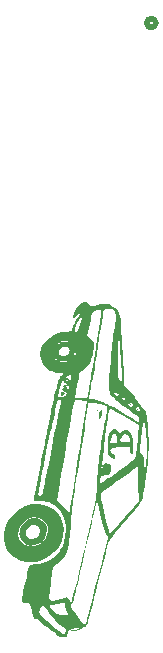
<source format=gbr>
%TF.GenerationSoftware,KiCad,Pcbnew,9.0.5*%
%TF.CreationDate,2025-11-19T10:45:20-07:00*%
%TF.ProjectId,UMaster,554d6173-7465-4722-9e6b-696361645f70,rev?*%
%TF.SameCoordinates,Original*%
%TF.FileFunction,Legend,Bot*%
%TF.FilePolarity,Positive*%
%FSLAX46Y46*%
G04 Gerber Fmt 4.6, Leading zero omitted, Abs format (unit mm)*
G04 Created by KiCad (PCBNEW 9.0.5) date 2025-11-19 10:45:20*
%MOMM*%
%LPD*%
G01*
G04 APERTURE LIST*
%ADD10C,0.508000*%
%ADD11C,0.000000*%
G04 APERTURE END LIST*
D10*
%TO.C,J1*%
X119944000Y-79564301D02*
G75*
G02*
X119182000Y-79564301I-381000J0D01*
G01*
X119182000Y-79564301D02*
G75*
G02*
X119944000Y-79564301I381000J0D01*
G01*
D11*
%TO.C,G\u002A\u002A\u002A*%
G36*
X115059107Y-112316484D02*
G01*
X115065475Y-112399923D01*
X115051104Y-112416645D01*
X114967665Y-112423013D01*
X114950943Y-112408641D01*
X114944575Y-112325202D01*
X114958947Y-112308481D01*
X115042386Y-112302112D01*
X115059107Y-112316484D01*
G37*
G36*
X118362202Y-112157427D02*
G01*
X118452776Y-112227327D01*
X118506359Y-112294225D01*
X118500488Y-112330653D01*
X118465602Y-112321806D01*
X118369355Y-112255134D01*
X118334932Y-112212982D01*
X118321643Y-112151808D01*
X118362202Y-112157427D01*
G37*
G36*
X115369034Y-112318130D02*
G01*
X115395192Y-112372404D01*
X115402425Y-112521694D01*
X115374955Y-112710514D01*
X115322724Y-112897096D01*
X115255674Y-113039675D01*
X115183749Y-113096482D01*
X115133647Y-113083774D01*
X115107982Y-113010498D01*
X115124662Y-112844953D01*
X115164142Y-112638387D01*
X115229099Y-112422187D01*
X115299075Y-112311817D01*
X115369034Y-112318130D01*
G37*
G36*
X111953278Y-110775386D02*
G01*
X112117851Y-110816775D01*
X112238588Y-110882506D01*
X112274329Y-110950714D01*
X112236112Y-111002768D01*
X112123763Y-111083565D01*
X112069347Y-111108368D01*
X111995156Y-111142185D01*
X111906893Y-111148204D01*
X111904132Y-111146288D01*
X111873458Y-111066368D01*
X111873335Y-111022362D01*
X112037437Y-111022362D01*
X112069347Y-111054271D01*
X112101256Y-111022362D01*
X112069347Y-110990452D01*
X112037437Y-111022362D01*
X111873335Y-111022362D01*
X111873102Y-110938935D01*
X111897655Y-110822111D01*
X111941709Y-110774022D01*
X111953278Y-110775386D01*
G37*
G36*
X109863111Y-121481531D02*
G01*
X110189116Y-121600377D01*
X110319841Y-121682291D01*
X110547300Y-121916425D01*
X110703202Y-122207026D01*
X110761055Y-122511878D01*
X110751405Y-122610724D01*
X110672911Y-122865948D01*
X110536616Y-123138146D01*
X110368114Y-123380685D01*
X110192999Y-123546928D01*
X110118453Y-123593714D01*
X109750122Y-123753242D01*
X109528988Y-123781302D01*
X109389091Y-123799053D01*
X109052423Y-123733858D01*
X108757181Y-123560367D01*
X108520427Y-123281289D01*
X108418558Y-123029396D01*
X108398821Y-122706464D01*
X108415984Y-122633694D01*
X108974061Y-122633694D01*
X108991967Y-122871375D01*
X109130768Y-123087072D01*
X109313856Y-123207181D01*
X109528988Y-123236339D01*
X109742185Y-123178775D01*
X109933185Y-123052890D01*
X110081726Y-122877085D01*
X110167546Y-122669759D01*
X110170383Y-122449315D01*
X110069975Y-122234151D01*
X109942829Y-122127912D01*
X109690262Y-122050485D01*
X109614004Y-122041492D01*
X109467724Y-122045363D01*
X109347612Y-122104527D01*
X109199270Y-122239977D01*
X109075826Y-122389168D01*
X108974061Y-122633694D01*
X108415984Y-122633694D01*
X108476669Y-122376394D01*
X108642170Y-122064014D01*
X108885389Y-121794152D01*
X109196394Y-121591637D01*
X109222595Y-121579544D01*
X109553633Y-121474698D01*
X109863111Y-121481531D01*
G37*
G36*
X110445509Y-120337902D02*
G01*
X110939831Y-120514643D01*
X111265744Y-120716142D01*
X111624758Y-121059655D01*
X111898054Y-121474585D01*
X112075713Y-121940265D01*
X112147815Y-122436025D01*
X112104440Y-122941197D01*
X111972691Y-123385467D01*
X111713378Y-123893594D01*
X111363013Y-124337529D01*
X110936678Y-124704777D01*
X110449454Y-124982839D01*
X109916422Y-125159218D01*
X109525249Y-125202378D01*
X109352664Y-125221420D01*
X109062640Y-125206556D01*
X108539703Y-125094299D01*
X108075382Y-124878993D01*
X107681792Y-124569034D01*
X107371049Y-124172817D01*
X107155270Y-123698738D01*
X107078377Y-123295637D01*
X107080927Y-122875224D01*
X108305124Y-122875224D01*
X108387718Y-123220441D01*
X108583213Y-123520647D01*
X108696269Y-123633312D01*
X108926134Y-123791444D01*
X109188583Y-123865134D01*
X109525249Y-123869813D01*
X109749471Y-123841065D01*
X110113556Y-123710248D01*
X110412542Y-123473389D01*
X110656736Y-123123692D01*
X110747814Y-122927584D01*
X110838583Y-122549202D01*
X110810833Y-122195731D01*
X110666476Y-121878792D01*
X110407427Y-121610004D01*
X110323730Y-121553053D01*
X110007218Y-121428924D01*
X109658391Y-121404218D01*
X109303596Y-121471572D01*
X108969177Y-121623623D01*
X108681479Y-121853009D01*
X108466848Y-122152365D01*
X108336898Y-122502224D01*
X108305124Y-122875224D01*
X107080927Y-122875224D01*
X107081184Y-122832866D01*
X107162417Y-122362619D01*
X107318055Y-121928637D01*
X107606480Y-121451187D01*
X107978940Y-121040282D01*
X108414513Y-120710609D01*
X108896077Y-120468849D01*
X109406511Y-120321689D01*
X109928696Y-120275812D01*
X110445509Y-120337902D01*
G37*
G36*
X116581142Y-113947426D02*
G01*
X116745800Y-114096401D01*
X116869833Y-114266671D01*
X117093706Y-114128310D01*
X117204591Y-114063691D01*
X117368791Y-114002980D01*
X117506392Y-114026826D01*
X117663365Y-114135838D01*
X117805999Y-114286901D01*
X117937863Y-114543117D01*
X118012448Y-114882088D01*
X118035455Y-115321990D01*
X118033323Y-115495982D01*
X118015731Y-115772752D01*
X117976972Y-115942184D01*
X117912934Y-116017408D01*
X117819506Y-116011554D01*
X117805427Y-116004999D01*
X117738436Y-115907374D01*
X117717337Y-115705261D01*
X117717337Y-115438174D01*
X117334422Y-115458763D01*
X116939245Y-115480011D01*
X116709387Y-115494608D01*
X116403006Y-115524228D01*
X116400371Y-115524683D01*
X116200736Y-115559119D01*
X116114333Y-115597605D01*
X116098281Y-115716868D01*
X116150863Y-115875057D01*
X116248874Y-116014889D01*
X116365534Y-116084464D01*
X116464408Y-116127237D01*
X116504774Y-116256200D01*
X116490196Y-116359038D01*
X116437533Y-116449100D01*
X116379693Y-116454313D01*
X116248775Y-116400617D01*
X116099673Y-116298703D01*
X115971932Y-116177136D01*
X115905094Y-116064482D01*
X115895901Y-115968227D01*
X115891073Y-115767384D01*
X115892152Y-115497840D01*
X115899342Y-115190596D01*
X115901074Y-115138693D01*
X116104510Y-115138693D01*
X116400371Y-115138693D01*
X116696231Y-115138693D01*
X116696231Y-114902749D01*
X116944881Y-114902749D01*
X116975596Y-115012306D01*
X117101234Y-115062715D01*
X117334422Y-115074874D01*
X117717337Y-115074874D01*
X117715307Y-114835553D01*
X117714663Y-114804946D01*
X117667485Y-114562101D01*
X117543761Y-114419474D01*
X117340085Y-114372864D01*
X117228174Y-114382020D01*
X117125332Y-114443527D01*
X117043980Y-114594181D01*
X116996463Y-114713148D01*
X116944881Y-114902749D01*
X116696231Y-114902749D01*
X116696231Y-114845399D01*
X116692834Y-114774701D01*
X116656469Y-114573949D01*
X116592318Y-114382010D01*
X116515455Y-114238093D01*
X116440955Y-114181407D01*
X116437166Y-114182188D01*
X116378495Y-114241907D01*
X116294667Y-114367602D01*
X116270280Y-114414064D01*
X116194631Y-114619962D01*
X116144595Y-114846245D01*
X116104510Y-115138693D01*
X115901074Y-115138693D01*
X115901103Y-115137819D01*
X115914934Y-114822207D01*
X115934786Y-114599589D01*
X115966353Y-114439541D01*
X116015327Y-114311635D01*
X116087400Y-114185446D01*
X116224961Y-114017579D01*
X116403300Y-113921724D01*
X116581142Y-113947426D01*
G37*
G36*
X114103458Y-103193709D02*
G01*
X114210015Y-103292618D01*
X114350614Y-103478218D01*
X114383062Y-103519913D01*
X114444683Y-103558535D01*
X114542904Y-103547855D01*
X114718785Y-103489088D01*
X114922358Y-103433872D01*
X115199804Y-103384028D01*
X115483668Y-103352663D01*
X115661338Y-103341363D01*
X115851870Y-103340781D01*
X115997323Y-103370764D01*
X116146885Y-103443788D01*
X116349740Y-103572329D01*
X116476804Y-103658249D01*
X116650946Y-103798394D01*
X116776185Y-103948488D01*
X116862113Y-104132068D01*
X116918319Y-104372671D01*
X116954391Y-104693835D01*
X116979920Y-105119095D01*
X116988995Y-105294732D01*
X117013475Y-105712944D01*
X117044195Y-106188845D01*
X117078124Y-106676355D01*
X117112228Y-107129397D01*
X117127553Y-107329189D01*
X117162679Y-107823874D01*
X117196394Y-108343670D01*
X117225487Y-108837820D01*
X117246746Y-109255567D01*
X117290606Y-110232994D01*
X118147976Y-111265869D01*
X118215290Y-111347152D01*
X118472223Y-111660943D01*
X118701407Y-111946246D01*
X118889234Y-112185766D01*
X119022095Y-112362212D01*
X119086382Y-112458291D01*
X119089257Y-112464576D01*
X119120649Y-112588376D01*
X119158387Y-112814574D01*
X119199431Y-113120715D01*
X119240740Y-113484347D01*
X119279275Y-113883017D01*
X119281036Y-113902956D01*
X119320588Y-114377172D01*
X119345877Y-114757939D01*
X119357457Y-115077385D01*
X119355877Y-115367634D01*
X119341690Y-115660813D01*
X119315449Y-115989047D01*
X119247195Y-116707457D01*
X119175353Y-117389719D01*
X119101913Y-118020324D01*
X119028605Y-118586659D01*
X119005681Y-118743701D01*
X118957158Y-119076110D01*
X118889302Y-119476066D01*
X118826767Y-119773912D01*
X118771283Y-119957035D01*
X118719593Y-120045590D01*
X118589288Y-120228301D01*
X118510970Y-120330162D01*
X118397403Y-120477867D01*
X118156829Y-120778635D01*
X117880455Y-121114956D01*
X117581170Y-121471178D01*
X117271864Y-121831651D01*
X116965426Y-122180724D01*
X116674745Y-122502746D01*
X116480231Y-122720897D01*
X116281941Y-122956957D01*
X116126366Y-123157020D01*
X116058192Y-123259842D01*
X116036242Y-123292948D01*
X116034474Y-123296464D01*
X115993728Y-123410061D01*
X115926182Y-123633633D01*
X115835355Y-123954147D01*
X115724768Y-124358574D01*
X115597941Y-124833881D01*
X115458392Y-125367038D01*
X115309643Y-125945013D01*
X115155212Y-126554774D01*
X115081757Y-126847001D01*
X114889156Y-127611346D01*
X114723852Y-128263746D01*
X114583427Y-128813102D01*
X114465462Y-129268315D01*
X114367541Y-129638288D01*
X114287244Y-129931921D01*
X114222155Y-130158117D01*
X114169855Y-130325777D01*
X114127926Y-130443802D01*
X114093951Y-130521094D01*
X114065511Y-130566554D01*
X113995990Y-130625805D01*
X113914266Y-130681379D01*
X113842570Y-130730133D01*
X113646942Y-130848422D01*
X113646761Y-130848525D01*
X113359609Y-130978502D01*
X113077657Y-131046549D01*
X112849200Y-131048208D01*
X112833608Y-131048321D01*
X112691084Y-130991749D01*
X112660163Y-130979476D01*
X112656994Y-130976901D01*
X112598463Y-130960718D01*
X112546624Y-131031339D01*
X112486768Y-131208162D01*
X112413510Y-131422558D01*
X112328534Y-131542830D01*
X112224150Y-131576667D01*
X112203015Y-131583518D01*
X112005528Y-131568126D01*
X111789225Y-131532680D01*
X111624850Y-131490441D01*
X111551995Y-131441659D01*
X111550945Y-131378094D01*
X111553896Y-131365264D01*
X111508001Y-131269727D01*
X111371257Y-131159709D01*
X111349826Y-131146251D01*
X111136363Y-130999041D01*
X110871379Y-130800472D01*
X110593297Y-130580799D01*
X110340540Y-130370282D01*
X110151529Y-130199176D01*
X110106194Y-130157661D01*
X109954236Y-130050466D01*
X109832434Y-130006513D01*
X109730281Y-129993434D01*
X109596122Y-129909832D01*
X109508071Y-129734475D01*
X109454657Y-129450482D01*
X109448221Y-129409258D01*
X110079852Y-129409258D01*
X110164727Y-129621461D01*
X110345731Y-129850680D01*
X110365440Y-129870338D01*
X110515484Y-130008419D01*
X110726976Y-130191436D01*
X110977314Y-130401076D01*
X111243898Y-130619028D01*
X111504127Y-130826981D01*
X111735401Y-131006624D01*
X111915120Y-131139645D01*
X112020681Y-131207735D01*
X112119404Y-131253941D01*
X112224150Y-131278678D01*
X112278929Y-131217390D01*
X112321165Y-131050494D01*
X112325498Y-131029786D01*
X112333305Y-130938342D01*
X112765803Y-130938342D01*
X112849200Y-130957385D01*
X113046345Y-130950412D01*
X113175286Y-130933818D01*
X113357514Y-130891206D01*
X113461169Y-130840700D01*
X113473420Y-130826569D01*
X113472651Y-130791907D01*
X113382978Y-130785904D01*
X113186181Y-130806281D01*
X113108746Y-130817211D01*
X112904510Y-130859046D01*
X112787218Y-130902493D01*
X112765803Y-130938342D01*
X112333305Y-130938342D01*
X112336452Y-130901489D01*
X112335590Y-130900183D01*
X112282931Y-130820413D01*
X112137523Y-130740252D01*
X112049202Y-130684784D01*
X111872005Y-130539331D01*
X111661838Y-130340063D01*
X111447471Y-130113125D01*
X111291210Y-129938555D01*
X111123008Y-129752477D01*
X111001196Y-129619894D01*
X110944921Y-129561809D01*
X110904459Y-129510557D01*
X110814489Y-129376557D01*
X110700125Y-129194849D01*
X110594825Y-129038155D01*
X110454865Y-128893480D01*
X110368408Y-128875754D01*
X110953453Y-128875754D01*
X111000131Y-129045821D01*
X111147117Y-129258580D01*
X111375692Y-129469208D01*
X111513080Y-129565832D01*
X111659677Y-129634420D01*
X111836913Y-129668637D01*
X112093228Y-129682910D01*
X112118025Y-129683584D01*
X112335590Y-129684761D01*
X112489564Y-129677238D01*
X112547990Y-129662451D01*
X112545993Y-129653226D01*
X112502687Y-129562399D01*
X112420590Y-129419758D01*
X112335179Y-129217269D01*
X112293333Y-128910457D01*
X112739447Y-128910457D01*
X112739456Y-128911066D01*
X112777001Y-128997919D01*
X112876238Y-129160388D01*
X113020582Y-129375761D01*
X113193451Y-129621325D01*
X113378260Y-129874367D01*
X113558426Y-130112175D01*
X113717366Y-130312038D01*
X113838495Y-130451241D01*
X113905230Y-130507074D01*
X113914266Y-130508512D01*
X113943141Y-130506026D01*
X113972307Y-130485617D01*
X114004283Y-130438451D01*
X114041586Y-130355694D01*
X114086733Y-130228510D01*
X114142242Y-130048064D01*
X114210631Y-129805523D01*
X114294417Y-129492050D01*
X114396118Y-129098812D01*
X114518251Y-128616973D01*
X114663334Y-128037698D01*
X114833885Y-127352154D01*
X115032421Y-126551504D01*
X115059909Y-126440622D01*
X115211353Y-125831703D01*
X115354650Y-125258814D01*
X115486604Y-124734513D01*
X115604020Y-124271358D01*
X115703702Y-123881907D01*
X115782457Y-123578720D01*
X115837088Y-123374353D01*
X115864402Y-123281365D01*
X115882120Y-123225977D01*
X115882278Y-123080878D01*
X115801532Y-122904958D01*
X115739355Y-122786124D01*
X115637921Y-122557690D01*
X115544690Y-122314041D01*
X115539428Y-122298687D01*
X115475360Y-122088980D01*
X115398499Y-121806559D01*
X115315421Y-121479419D01*
X115232702Y-121135551D01*
X115195978Y-120974375D01*
X115156918Y-120802947D01*
X115094645Y-120509601D01*
X115052458Y-120283504D01*
X115036935Y-120152649D01*
X115033861Y-120082960D01*
X115011532Y-120044627D01*
X114967336Y-120126775D01*
X114900964Y-120330403D01*
X114812109Y-120656509D01*
X114700462Y-121106092D01*
X114565716Y-121680151D01*
X114519090Y-121882891D01*
X114276878Y-122935450D01*
X114061080Y-123871775D01*
X113870007Y-124698816D01*
X113701970Y-125423524D01*
X113555281Y-126052847D01*
X113428249Y-126593735D01*
X113319187Y-127053139D01*
X113226405Y-127438008D01*
X113148215Y-127755292D01*
X113082926Y-128011940D01*
X113028851Y-128214903D01*
X112984300Y-128371130D01*
X112947585Y-128487570D01*
X112917016Y-128571175D01*
X112890904Y-128628893D01*
X112867561Y-128667674D01*
X112857034Y-128682669D01*
X112773645Y-128819784D01*
X112739447Y-128910457D01*
X112293333Y-128910457D01*
X112292952Y-128907663D01*
X112291589Y-128811523D01*
X112271113Y-128671093D01*
X112206445Y-128613360D01*
X112072947Y-128626890D01*
X111845980Y-128700251D01*
X111780820Y-128720703D01*
X111520711Y-128774433D01*
X111263584Y-128795980D01*
X111198162Y-128796979D01*
X111014363Y-128820685D01*
X110953453Y-128875754D01*
X110368408Y-128875754D01*
X110345582Y-128871074D01*
X110268025Y-128971482D01*
X110239527Y-129031722D01*
X110142390Y-129167498D01*
X110096796Y-129233187D01*
X110079852Y-129409258D01*
X109448221Y-129409258D01*
X109426403Y-129269495D01*
X109368318Y-129025245D01*
X109302562Y-128845402D01*
X109300012Y-128840393D01*
X109216465Y-128706688D01*
X109117526Y-128655250D01*
X108948183Y-128656803D01*
X108751745Y-128649454D01*
X108644889Y-128592984D01*
X108625955Y-128553143D01*
X108615257Y-128487314D01*
X108618211Y-128385397D01*
X108637010Y-128233203D01*
X110903590Y-128233203D01*
X110927312Y-128342972D01*
X111047396Y-128412744D01*
X111083681Y-128426383D01*
X111192524Y-128460339D01*
X111295907Y-128469335D01*
X111425425Y-128449394D01*
X111612673Y-128396541D01*
X111889246Y-128306800D01*
X111932383Y-128292660D01*
X112213204Y-128210649D01*
X112402240Y-128186489D01*
X112522104Y-128226770D01*
X112595410Y-128338084D01*
X112644771Y-128527022D01*
X112691084Y-128764070D01*
X112815617Y-128476884D01*
X112870619Y-128322932D01*
X112952591Y-128048125D01*
X113055890Y-127669953D01*
X113177711Y-127199480D01*
X113315251Y-126647769D01*
X113465706Y-126025881D01*
X113626273Y-125344880D01*
X113794148Y-124615829D01*
X113813941Y-124528990D01*
X113906147Y-124126312D01*
X114016835Y-123645162D01*
X114137603Y-123121950D01*
X114260051Y-122593085D01*
X114375779Y-122094975D01*
X114431002Y-121857562D01*
X114533384Y-121416224D01*
X114628665Y-121004058D01*
X114711364Y-120644846D01*
X114776000Y-120362367D01*
X114817090Y-120180402D01*
X114824321Y-120145563D01*
X114861143Y-119904255D01*
X114893461Y-119604275D01*
X115298668Y-119604275D01*
X115302270Y-119647050D01*
X115331454Y-119835824D01*
X115385654Y-120119161D01*
X115460361Y-120475949D01*
X115551066Y-120885073D01*
X115653259Y-121325421D01*
X115762433Y-121775879D01*
X115811441Y-121973319D01*
X115888704Y-122281133D01*
X115944034Y-122492274D01*
X115983039Y-122624894D01*
X116011328Y-122697147D01*
X116034509Y-122727187D01*
X116058192Y-122733166D01*
X116081728Y-122717530D01*
X116181068Y-122623181D01*
X116343104Y-122456302D01*
X116554267Y-122231750D01*
X116800991Y-121964377D01*
X117069707Y-121669040D01*
X117346849Y-121360592D01*
X117618848Y-121053889D01*
X117872137Y-120763785D01*
X118093149Y-120505135D01*
X118500871Y-120020854D01*
X118464720Y-118594854D01*
X118459258Y-118392819D01*
X118446486Y-117997817D01*
X118432647Y-117655778D01*
X118418646Y-117385367D01*
X118405390Y-117205243D01*
X118393785Y-117134070D01*
X118371295Y-117132259D01*
X118267122Y-117182921D01*
X118106270Y-117291513D01*
X117914604Y-117439831D01*
X117717989Y-117609672D01*
X117705024Y-117621438D01*
X117589185Y-117716345D01*
X117520503Y-117755276D01*
X117510296Y-117758040D01*
X117424557Y-117813756D01*
X117296484Y-117918558D01*
X117283495Y-117929861D01*
X117107843Y-118066112D01*
X116941915Y-118172183D01*
X116837606Y-118232838D01*
X116630635Y-118366556D01*
X116382677Y-118536796D01*
X116118247Y-118725647D01*
X115861859Y-118915197D01*
X115638030Y-119087534D01*
X115471273Y-119224746D01*
X115386104Y-119308922D01*
X115330645Y-119423048D01*
X115298668Y-119604275D01*
X114893461Y-119604275D01*
X114895978Y-119580907D01*
X114925192Y-119213547D01*
X114945152Y-118840201D01*
X114947316Y-118786296D01*
X114959982Y-118529453D01*
X115191251Y-118529453D01*
X115195978Y-118584924D01*
X115206201Y-118581127D01*
X115297401Y-118526298D01*
X115459502Y-118419658D01*
X115667784Y-118278381D01*
X115897527Y-118119639D01*
X116124008Y-117960607D01*
X116322509Y-117818460D01*
X116468307Y-117710370D01*
X116536683Y-117653511D01*
X116622546Y-117580056D01*
X116766378Y-117490885D01*
X116891135Y-117421164D01*
X117151173Y-117255440D01*
X117428074Y-117058690D01*
X117696824Y-116850655D01*
X117932407Y-116651080D01*
X118109807Y-116479705D01*
X118204010Y-116356275D01*
X118243062Y-116222946D01*
X118286972Y-115986296D01*
X118305513Y-115858281D01*
X118642067Y-115858281D01*
X118785983Y-116053348D01*
X118824468Y-116109499D01*
X118889523Y-116250687D01*
X118921687Y-116432750D01*
X118930602Y-116698705D01*
X118936169Y-116939353D01*
X118952625Y-117204785D01*
X118976049Y-117404271D01*
X118986254Y-117454721D01*
X119005681Y-117496859D01*
X119026978Y-117457185D01*
X119052707Y-117324388D01*
X119085427Y-117087154D01*
X119127698Y-116734171D01*
X119133066Y-116687365D01*
X119174268Y-116285354D01*
X119197606Y-115936094D01*
X119204042Y-115594681D01*
X119194538Y-115216211D01*
X119170053Y-114755779D01*
X119153239Y-114509325D01*
X119110506Y-114056917D01*
X119059630Y-113714654D01*
X119001577Y-113486892D01*
X118937311Y-113377985D01*
X118867799Y-113392290D01*
X118867310Y-113392867D01*
X118846630Y-113474571D01*
X118820204Y-113662240D01*
X118790318Y-113935058D01*
X118759259Y-114272211D01*
X118729314Y-114652884D01*
X118642067Y-115858281D01*
X118305513Y-115858281D01*
X118332314Y-115673229D01*
X118376237Y-115309459D01*
X118415888Y-114920701D01*
X118448416Y-114532668D01*
X118470968Y-114171074D01*
X118480693Y-113861633D01*
X118483166Y-113573770D01*
X117957628Y-113255352D01*
X117640500Y-113064866D01*
X117260692Y-112840916D01*
X116907116Y-112636737D01*
X116596337Y-112461637D01*
X116344921Y-112324924D01*
X116169433Y-112235906D01*
X116086440Y-112203894D01*
X116076728Y-112206064D01*
X116046555Y-112244044D01*
X116014192Y-112337202D01*
X115977913Y-112495773D01*
X115935988Y-112729996D01*
X115886690Y-113050107D01*
X115828291Y-113466344D01*
X115759064Y-113988942D01*
X115677281Y-114628141D01*
X115656372Y-114793248D01*
X115595348Y-115272853D01*
X115534720Y-115746326D01*
X115478369Y-116183538D01*
X115430172Y-116554363D01*
X115394008Y-116828673D01*
X115363783Y-117070110D01*
X115337071Y-117336387D01*
X115328325Y-117506784D01*
X115336315Y-117575059D01*
X115359812Y-117534968D01*
X115397584Y-117380272D01*
X115448403Y-117104727D01*
X115474397Y-116997874D01*
X115568600Y-116857910D01*
X115726172Y-116822662D01*
X115957627Y-116887648D01*
X116019414Y-116914386D01*
X116131072Y-116984374D01*
X116176849Y-117085667D01*
X116185678Y-117266306D01*
X116167503Y-117478463D01*
X116077616Y-117683484D01*
X115899286Y-117808119D01*
X115617890Y-117867860D01*
X115487965Y-117885599D01*
X115330542Y-117925794D01*
X115260241Y-117971319D01*
X115240775Y-118065188D01*
X115218464Y-118223608D01*
X115200351Y-118393688D01*
X115191251Y-118529453D01*
X114959982Y-118529453D01*
X114966485Y-118397599D01*
X114990983Y-118009468D01*
X115017885Y-117664245D01*
X115044269Y-117404271D01*
X115044975Y-117398561D01*
X115084638Y-117067789D01*
X115127904Y-116691936D01*
X115165533Y-116351256D01*
X115169936Y-116310872D01*
X115211231Y-115971637D01*
X115266019Y-115569509D01*
X115330029Y-115131555D01*
X115398989Y-114684842D01*
X115468627Y-114256439D01*
X115534672Y-113873412D01*
X115592852Y-113562830D01*
X115638896Y-113351759D01*
X115640218Y-113346498D01*
X115690585Y-113099772D01*
X115737746Y-112792601D01*
X115771652Y-112490201D01*
X115815556Y-111979648D01*
X115554889Y-111899874D01*
X115506107Y-111885725D01*
X115298715Y-111838967D01*
X115133668Y-111820100D01*
X115027761Y-111804146D01*
X114973116Y-111756281D01*
X114933497Y-111727734D01*
X114796474Y-111702240D01*
X114594111Y-111692462D01*
X114215107Y-111692462D01*
X114177516Y-111995603D01*
X114167403Y-112072901D01*
X114125845Y-112351488D01*
X114080255Y-112617839D01*
X114053536Y-112780954D01*
X114015883Y-113069218D01*
X113987761Y-113351759D01*
X113984967Y-113386735D01*
X113932655Y-113944017D01*
X113872668Y-114421884D01*
X113807327Y-114804261D01*
X113738953Y-115075075D01*
X113707919Y-115191940D01*
X113659910Y-115440752D01*
X113614240Y-115746739D01*
X113577642Y-116068432D01*
X113552834Y-116303223D01*
X113515515Y-116588195D01*
X113477580Y-116815402D01*
X113444285Y-116950099D01*
X113398479Y-117129783D01*
X113377638Y-117340452D01*
X113358875Y-117537131D01*
X113309119Y-117735167D01*
X113307028Y-117740789D01*
X113264042Y-117898803D01*
X113217156Y-118132510D01*
X113176157Y-118393467D01*
X113139564Y-118665128D01*
X113096289Y-118986167D01*
X113060017Y-119255025D01*
X113044245Y-119368518D01*
X113003450Y-119649040D01*
X112953885Y-119978826D01*
X112902981Y-120308040D01*
X112900718Y-120322619D01*
X112858882Y-120656205D01*
X112821727Y-121064438D01*
X112793216Y-121496986D01*
X112777314Y-121903517D01*
X112768848Y-122170154D01*
X112717213Y-122887871D01*
X112626900Y-123525460D01*
X112600799Y-123638088D01*
X112500267Y-124071892D01*
X112339676Y-124516137D01*
X112147485Y-124847168D01*
X112027276Y-124983395D01*
X111812729Y-125183227D01*
X111587035Y-125357803D01*
X111232361Y-125599557D01*
X111089609Y-126798899D01*
X111043932Y-127177217D01*
X110999569Y-127534205D01*
X110960906Y-127834899D01*
X110930968Y-128055803D01*
X110912775Y-128173422D01*
X110903590Y-128233203D01*
X108637010Y-128233203D01*
X108637082Y-128232622D01*
X108674132Y-128014223D01*
X108731625Y-127715429D01*
X108811825Y-127321474D01*
X108916996Y-126817588D01*
X108919707Y-126804676D01*
X108997128Y-126433976D01*
X109064484Y-126107737D01*
X109117686Y-125846061D01*
X109152645Y-125669051D01*
X109165273Y-125596813D01*
X109224724Y-125538629D01*
X109391034Y-125472690D01*
X109643974Y-125405859D01*
X109963317Y-125344532D01*
X110378761Y-125257955D01*
X110834264Y-125098080D01*
X111222395Y-124871101D01*
X111573359Y-124562344D01*
X111668589Y-124460040D01*
X111824223Y-124263771D01*
X111945920Y-124052822D01*
X112045843Y-123799167D01*
X112136156Y-123474778D01*
X112229023Y-123051630D01*
X112242736Y-122982572D01*
X112308162Y-122525571D01*
X112308180Y-122127383D01*
X112239246Y-121741252D01*
X112097818Y-121320422D01*
X112089552Y-121299573D01*
X111921988Y-120937080D01*
X111735279Y-120667499D01*
X111501044Y-120458158D01*
X111190904Y-120276387D01*
X111059637Y-120212004D01*
X110858042Y-120126013D01*
X110676779Y-120078064D01*
X110466563Y-120057275D01*
X110178109Y-120052764D01*
X110121130Y-120052316D01*
X110030317Y-120051602D01*
X109788493Y-120040051D01*
X109653366Y-120014507D01*
X109634586Y-119996173D01*
X111594338Y-119996173D01*
X111631280Y-120063549D01*
X111747232Y-120185460D01*
X111914135Y-120325516D01*
X112048136Y-120436226D01*
X112256451Y-120636493D01*
X112415549Y-120822091D01*
X112600799Y-121077822D01*
X112637787Y-120900343D01*
X112640168Y-120887684D01*
X112660612Y-120766196D01*
X112698317Y-120534521D01*
X112751327Y-120205060D01*
X112817682Y-119790216D01*
X112895425Y-119302390D01*
X112982597Y-118753985D01*
X113077241Y-118157402D01*
X113177399Y-117525043D01*
X113281111Y-116869310D01*
X113386421Y-116202606D01*
X113491370Y-115537332D01*
X113594001Y-114885890D01*
X113692354Y-114260683D01*
X113784472Y-113674111D01*
X113868398Y-113138578D01*
X113942172Y-112666485D01*
X114003837Y-112270234D01*
X114051435Y-111962227D01*
X114083008Y-111754866D01*
X114096597Y-111660553D01*
X114098527Y-111623429D01*
X114076797Y-111573522D01*
X114001220Y-111543455D01*
X113847200Y-111526132D01*
X113636043Y-111516545D01*
X113590144Y-111514461D01*
X113513357Y-111511913D01*
X113279501Y-111509121D01*
X113139408Y-111521499D01*
X113066290Y-111553654D01*
X113033360Y-111610190D01*
X113025781Y-111636708D01*
X112986580Y-111806299D01*
X112929336Y-112090560D01*
X112853704Y-112491384D01*
X112759336Y-113010669D01*
X112645888Y-113650310D01*
X112513013Y-114412202D01*
X112360365Y-115298241D01*
X112330476Y-115472588D01*
X112221012Y-116111234D01*
X112129961Y-116642868D01*
X112054781Y-117082586D01*
X111992930Y-117445482D01*
X111941866Y-117746651D01*
X111899046Y-118001187D01*
X111861930Y-118224187D01*
X111827973Y-118430743D01*
X111794635Y-118635952D01*
X111759373Y-118854908D01*
X111719645Y-119102706D01*
X111714317Y-119136061D01*
X111666443Y-119444933D01*
X111627950Y-119709347D01*
X111602645Y-119902147D01*
X111594338Y-119996173D01*
X109634586Y-119996173D01*
X109610838Y-119972990D01*
X109611228Y-119965980D01*
X109626961Y-119860709D01*
X109663062Y-119652687D01*
X109700550Y-119445777D01*
X110007825Y-119445777D01*
X110016928Y-119538206D01*
X110054053Y-119575659D01*
X110121130Y-119576113D01*
X110220093Y-119557544D01*
X110332281Y-119509618D01*
X110378141Y-119387945D01*
X110380767Y-119348387D01*
X110405121Y-119183622D01*
X110449542Y-118947615D01*
X110507293Y-118677420D01*
X110519474Y-118623207D01*
X110593640Y-118281573D01*
X110667180Y-117926823D01*
X110725796Y-117627638D01*
X110747100Y-117514817D01*
X110800065Y-117239481D01*
X110869617Y-116882242D01*
X110952808Y-116457897D01*
X111046692Y-115981241D01*
X111148324Y-115467069D01*
X111254757Y-114930176D01*
X111363044Y-114385359D01*
X111470241Y-113847411D01*
X111573401Y-113331130D01*
X111669577Y-112851309D01*
X111755823Y-112422745D01*
X111829194Y-112060232D01*
X111886743Y-111778567D01*
X111925524Y-111592544D01*
X111942591Y-111516960D01*
X111926709Y-111462981D01*
X111810065Y-111437186D01*
X111701003Y-111456308D01*
X111664306Y-111486260D01*
X111626693Y-111516960D01*
X111615502Y-111558506D01*
X111575548Y-111723285D01*
X111517368Y-111974090D01*
X111446763Y-112284936D01*
X111369532Y-112629842D01*
X111291474Y-112982824D01*
X111218388Y-113317900D01*
X111156074Y-113609087D01*
X111110331Y-113830402D01*
X111083863Y-113959934D01*
X111012835Y-114292903D01*
X110930945Y-114662879D01*
X110851105Y-115011055D01*
X110851048Y-115011298D01*
X110766021Y-115390138D01*
X110665232Y-115865748D01*
X110554422Y-116409107D01*
X110439327Y-116991192D01*
X110325687Y-117582982D01*
X110219240Y-118155455D01*
X110125724Y-118679589D01*
X110065953Y-119024086D01*
X110024811Y-119280396D01*
X110007825Y-119445777D01*
X109700550Y-119445777D01*
X109715965Y-119360694D01*
X109782107Y-119003511D01*
X109857922Y-118599920D01*
X109939847Y-118168702D01*
X110024318Y-117728637D01*
X110107769Y-117298506D01*
X110186637Y-116897090D01*
X110257357Y-116543170D01*
X110316365Y-116255527D01*
X110327958Y-116199983D01*
X110398468Y-115857100D01*
X110470132Y-115501721D01*
X110529079Y-115202512D01*
X110581459Y-114934569D01*
X110653646Y-114571477D01*
X110719648Y-114245226D01*
X110754430Y-114073531D01*
X110814466Y-113773277D01*
X110887660Y-113404405D01*
X110967806Y-112998196D01*
X111048703Y-112585929D01*
X111098988Y-112335818D01*
X111204709Y-111839702D01*
X111320570Y-111325912D01*
X111336551Y-111258754D01*
X111664306Y-111258754D01*
X111894683Y-111224207D01*
X113122362Y-111224207D01*
X113129372Y-111247570D01*
X113199404Y-111284079D01*
X113359656Y-111303700D01*
X113628614Y-111309548D01*
X113636043Y-111309550D01*
X113872972Y-111309415D01*
X114029307Y-111293984D01*
X114038965Y-111288722D01*
X114296658Y-111288722D01*
X114316104Y-111351406D01*
X114376347Y-111371791D01*
X114480493Y-111373367D01*
X114489068Y-111373410D01*
X114651511Y-111390082D01*
X114752940Y-111427777D01*
X114794377Y-111451989D01*
X114938077Y-111506986D01*
X115132663Y-111563982D01*
X115217070Y-111587926D01*
X115488488Y-111685330D01*
X115731028Y-111796757D01*
X115828345Y-111847562D01*
X115981971Y-111919492D01*
X116067340Y-111947739D01*
X116080607Y-111951938D01*
X116185214Y-112004735D01*
X116376229Y-112110488D01*
X116636847Y-112259624D01*
X116950262Y-112442569D01*
X117299668Y-112649749D01*
X117430991Y-112728055D01*
X117767070Y-112927171D01*
X118059553Y-113098631D01*
X118291996Y-113232903D01*
X118447950Y-113320456D01*
X118510970Y-113351759D01*
X118515105Y-113350315D01*
X118537750Y-113278888D01*
X118546985Y-113133011D01*
X118546656Y-113105264D01*
X118537661Y-113030597D01*
X118513660Y-112976171D01*
X118505964Y-112958719D01*
X118437820Y-112877111D01*
X118319485Y-112773255D01*
X118137213Y-112634633D01*
X117877259Y-112448726D01*
X117850643Y-112430114D01*
X117588404Y-112246737D01*
X118155803Y-112246737D01*
X118326858Y-112358817D01*
X118425524Y-112417800D01*
X118513660Y-112433230D01*
X118594151Y-112374658D01*
X118642692Y-112316200D01*
X118641905Y-112241913D01*
X118553832Y-112131843D01*
X118417275Y-111985266D01*
X118286539Y-112116002D01*
X118155803Y-112246737D01*
X117588404Y-112246737D01*
X117525879Y-112203015D01*
X117490843Y-112178556D01*
X117323817Y-112059282D01*
X117178798Y-111955723D01*
X116942746Y-111779583D01*
X117528355Y-111779583D01*
X117561378Y-111854782D01*
X117679952Y-111961030D01*
X117774016Y-112023416D01*
X117850643Y-112030811D01*
X117933223Y-111956005D01*
X118006371Y-111864244D01*
X118026336Y-111781866D01*
X117940704Y-111756281D01*
X117896060Y-111745162D01*
X117844975Y-111660553D01*
X117837775Y-111616515D01*
X117781156Y-111564824D01*
X117757732Y-111568948D01*
X117718503Y-111632274D01*
X117739597Y-111727581D01*
X117813065Y-111797022D01*
X117857917Y-111821343D01*
X117908794Y-111894366D01*
X117868770Y-111908425D01*
X117766956Y-111855629D01*
X117659897Y-111789512D01*
X117575498Y-111756281D01*
X117528355Y-111779583D01*
X116942746Y-111779583D01*
X116908066Y-111753705D01*
X116694750Y-111585177D01*
X116562083Y-111469055D01*
X116554952Y-111462813D01*
X116508259Y-111403701D01*
X116986296Y-111403701D01*
X117002721Y-111461305D01*
X117031546Y-111471991D01*
X117112772Y-111434408D01*
X117156894Y-111410709D01*
X117242791Y-111481231D01*
X117285576Y-111535867D01*
X117323817Y-111557287D01*
X117330363Y-111469095D01*
X117311741Y-111368335D01*
X117236664Y-111217576D01*
X117203587Y-111175309D01*
X117154411Y-111136135D01*
X117142965Y-111198450D01*
X117127901Y-111261032D01*
X117039041Y-111361364D01*
X117037336Y-111362733D01*
X116986296Y-111403701D01*
X116508259Y-111403701D01*
X116504774Y-111399289D01*
X116463107Y-111318149D01*
X116345226Y-111234116D01*
X116237714Y-111164463D01*
X116185678Y-111082765D01*
X116174662Y-111042015D01*
X116089950Y-110967373D01*
X116062021Y-110935966D01*
X116040682Y-110855455D01*
X116413594Y-110855455D01*
X116421276Y-110915977D01*
X116511608Y-110994110D01*
X116511829Y-110994228D01*
X116599761Y-111062315D01*
X116570401Y-111116973D01*
X116537915Y-111145812D01*
X116552503Y-111203875D01*
X116562083Y-111207441D01*
X116650466Y-111175258D01*
X116766728Y-111073995D01*
X116850296Y-110977183D01*
X116865833Y-110934534D01*
X116798685Y-110949862D01*
X116714438Y-110960104D01*
X116565699Y-110892105D01*
X116485911Y-110838967D01*
X116413594Y-110855455D01*
X116040682Y-110855455D01*
X116023859Y-110791980D01*
X116000108Y-110551488D01*
X115991106Y-110233870D01*
X115997188Y-109858506D01*
X116018693Y-109444776D01*
X116055956Y-109012060D01*
X116075909Y-108812105D01*
X116084196Y-108724515D01*
X116706536Y-108724515D01*
X116715762Y-109063191D01*
X116738209Y-109326232D01*
X116775201Y-109527484D01*
X116828062Y-109680791D01*
X116898115Y-109799999D01*
X116986682Y-109898953D01*
X117000697Y-109911779D01*
X117037336Y-109932967D01*
X117061062Y-109909769D01*
X117073142Y-109825568D01*
X117074844Y-109663749D01*
X117067437Y-109407693D01*
X117052189Y-109040786D01*
X117048726Y-108964161D01*
X117027590Y-108560973D01*
X117002166Y-108155136D01*
X116975349Y-107790052D01*
X116950033Y-107509128D01*
X116943705Y-107446814D01*
X116916201Y-107120487D01*
X116896608Y-106797321D01*
X116888822Y-106539070D01*
X116881809Y-106349840D01*
X116861953Y-106198304D01*
X116833941Y-106140201D01*
X116815627Y-106195166D01*
X116794731Y-106358498D01*
X116773760Y-106610303D01*
X116754368Y-106930542D01*
X116738212Y-107299175D01*
X116722459Y-107764879D01*
X116709210Y-108296360D01*
X116706536Y-108724515D01*
X116084196Y-108724515D01*
X116108281Y-108469931D01*
X116145432Y-108062786D01*
X116184188Y-107625578D01*
X116221375Y-107193216D01*
X116252842Y-106852116D01*
X116299462Y-106419128D01*
X116350080Y-106011711D01*
X116400421Y-105663784D01*
X116446210Y-105409269D01*
X116461587Y-105334386D01*
X116516050Y-105012853D01*
X116554211Y-104697516D01*
X116568593Y-104447153D01*
X116565577Y-104324961D01*
X116520499Y-104060596D01*
X116408434Y-103892779D01*
X116212838Y-103804537D01*
X115917162Y-103778894D01*
X115812709Y-103780125D01*
X115633080Y-103801956D01*
X115534219Y-103871738D01*
X115492342Y-104015919D01*
X115483668Y-104260943D01*
X115480086Y-104345877D01*
X115456731Y-104558068D01*
X115417212Y-104811441D01*
X115368085Y-105072451D01*
X115315908Y-105307550D01*
X115267236Y-105483192D01*
X115228627Y-105565829D01*
X115226985Y-105567699D01*
X115204673Y-105650995D01*
X115174787Y-105833598D01*
X115141032Y-106090197D01*
X115107117Y-106395477D01*
X115073624Y-106699546D01*
X115028054Y-107063907D01*
X114981576Y-107392623D01*
X114940323Y-107639950D01*
X114922119Y-107740516D01*
X114873545Y-108046131D01*
X114824526Y-108397088D01*
X114783317Y-108735763D01*
X114764475Y-108887532D01*
X114711886Y-109215268D01*
X114649515Y-109515889D01*
X114587151Y-109739319D01*
X114540901Y-109888126D01*
X114484411Y-110135817D01*
X114462207Y-110334712D01*
X114462199Y-110337412D01*
X114444920Y-110572181D01*
X114404582Y-110798995D01*
X114367745Y-110942509D01*
X114314907Y-111160252D01*
X114296658Y-111288722D01*
X114038965Y-111288722D01*
X114126073Y-111241264D01*
X114184294Y-111129263D01*
X114224993Y-110935989D01*
X114269195Y-110639447D01*
X114275181Y-110599716D01*
X114314888Y-110346593D01*
X114368731Y-110014436D01*
X114430401Y-109641824D01*
X114493587Y-109267337D01*
X114529094Y-109057852D01*
X114602853Y-108617328D01*
X114684655Y-108123503D01*
X114766840Y-107622717D01*
X114841748Y-107161306D01*
X114879349Y-106928376D01*
X114961614Y-106420393D01*
X115048431Y-105886077D01*
X115131540Y-105376215D01*
X115202685Y-104941592D01*
X115242450Y-104691941D01*
X115289309Y-104372777D01*
X115322503Y-104114324D01*
X115339322Y-103938265D01*
X115337057Y-103866286D01*
X115288372Y-103849279D01*
X115144901Y-103856379D01*
X114960413Y-103895040D01*
X114781693Y-103954450D01*
X114655525Y-104023795D01*
X114622548Y-104060316D01*
X114560614Y-104180540D01*
X114494151Y-104381470D01*
X114418488Y-104678298D01*
X114328957Y-105086218D01*
X114128882Y-106042537D01*
X114432326Y-106317262D01*
X114735769Y-106591988D01*
X114692815Y-107107040D01*
X114689461Y-107144914D01*
X114654436Y-107422525D01*
X114606928Y-107673026D01*
X114556212Y-107846227D01*
X114543820Y-107876694D01*
X114486052Y-108045436D01*
X114462563Y-108162554D01*
X114461371Y-108180123D01*
X114397496Y-108330165D01*
X114253497Y-108517461D01*
X114053290Y-108714725D01*
X113820793Y-108894674D01*
X113683583Y-108997326D01*
X113541227Y-109132096D01*
X113473839Y-109235427D01*
X113469355Y-109255464D01*
X113441472Y-109395028D01*
X113397704Y-109625378D01*
X113343106Y-109919646D01*
X113282736Y-110250965D01*
X113263236Y-110359555D01*
X113207855Y-110675475D01*
X113163137Y-110941752D01*
X113133250Y-111133092D01*
X113122362Y-111224207D01*
X111894683Y-111224207D01*
X111954759Y-111215198D01*
X112036564Y-111202220D01*
X112216744Y-111168500D01*
X112326007Y-111140638D01*
X112329476Y-111138754D01*
X112376837Y-111059552D01*
X112439992Y-110894789D01*
X112509219Y-110678783D01*
X112574794Y-110445849D01*
X112626996Y-110230305D01*
X112656101Y-110066467D01*
X112652388Y-109988652D01*
X112650823Y-109987415D01*
X112618652Y-110028008D01*
X112581702Y-110152599D01*
X112573398Y-110187298D01*
X112518738Y-110300625D01*
X112432036Y-110310690D01*
X112366642Y-110296816D01*
X112409037Y-110336920D01*
X112462736Y-110437946D01*
X112449799Y-110630127D01*
X112442055Y-110669322D01*
X112406934Y-110807126D01*
X112378756Y-110862814D01*
X112353987Y-110855336D01*
X112324623Y-110836901D01*
X112253020Y-110791948D01*
X112126883Y-110693112D01*
X112019206Y-110594483D01*
X112005511Y-110575628D01*
X112292714Y-110575628D01*
X112324623Y-110607538D01*
X112356533Y-110575628D01*
X112324623Y-110543718D01*
X112292714Y-110575628D01*
X112005511Y-110575628D01*
X111973618Y-110531717D01*
X111984330Y-110507971D01*
X112069347Y-110479899D01*
X112113385Y-110472699D01*
X112165075Y-110416080D01*
X112163221Y-110400826D01*
X112101256Y-110352261D01*
X112033288Y-110337567D01*
X112041640Y-110292850D01*
X112127116Y-110238525D01*
X112267325Y-110195701D01*
X112347203Y-110179237D01*
X112454536Y-110142127D01*
X112434947Y-110108118D01*
X112424118Y-110105660D01*
X112288838Y-110074960D01*
X112177292Y-110031261D01*
X112155506Y-109929924D01*
X112181221Y-109841708D01*
X112292714Y-109841708D01*
X112318386Y-109879490D01*
X112424118Y-109905527D01*
X112496540Y-109891940D01*
X112516080Y-109841708D01*
X112493331Y-109816784D01*
X112384676Y-109777889D01*
X112344132Y-109784468D01*
X112292714Y-109841708D01*
X112181221Y-109841708D01*
X112198139Y-109783670D01*
X112277637Y-109642635D01*
X112362974Y-109586432D01*
X112490366Y-109618896D01*
X112621860Y-109713109D01*
X112683179Y-109827999D01*
X112684455Y-109839871D01*
X112705153Y-109845374D01*
X112739447Y-109745980D01*
X112742887Y-109732364D01*
X112788863Y-109500552D01*
X112782202Y-109371275D01*
X112722352Y-109331156D01*
X112677537Y-109337465D01*
X112515415Y-109415046D01*
X112330090Y-109557051D01*
X112157537Y-109733093D01*
X112033735Y-109912785D01*
X112017349Y-109947074D01*
X111938024Y-110155507D01*
X111854779Y-110428023D01*
X111783161Y-110714864D01*
X111664306Y-111258754D01*
X111336551Y-111258754D01*
X111435672Y-110842216D01*
X111539116Y-110436381D01*
X111579776Y-110285051D01*
X111669832Y-109958742D01*
X111739726Y-109729328D01*
X111797734Y-109577328D01*
X111852130Y-109483261D01*
X111911189Y-109427649D01*
X111983187Y-109391011D01*
X112006005Y-109381435D01*
X112151963Y-109307046D01*
X112177902Y-109256290D01*
X112081525Y-109225816D01*
X111962822Y-109218544D01*
X111860533Y-109212277D01*
X111786004Y-109208562D01*
X111458739Y-109157934D01*
X111152332Y-109065783D01*
X110976598Y-108983674D01*
X110621973Y-108728013D01*
X110364716Y-108399695D01*
X110211281Y-108012531D01*
X110168122Y-107580335D01*
X110173612Y-107545756D01*
X111159551Y-107545756D01*
X111212112Y-107703769D01*
X111237151Y-107752938D01*
X111252516Y-107749832D01*
X111235918Y-107630606D01*
X111227099Y-107478389D01*
X111255670Y-107363388D01*
X111722792Y-107363388D01*
X111739774Y-107549233D01*
X111860180Y-107700150D01*
X111984229Y-107768350D01*
X112182353Y-107789896D01*
X112415787Y-107706129D01*
X112488031Y-107663885D01*
X112631903Y-107508226D01*
X112675628Y-107288283D01*
X112626290Y-107130688D01*
X112490161Y-107020696D01*
X112299744Y-106974142D01*
X112087652Y-106998718D01*
X111886496Y-107102119D01*
X111807583Y-107180147D01*
X111722792Y-107363388D01*
X111255670Y-107363388D01*
X111297517Y-107194952D01*
X111464708Y-106934232D01*
X111709342Y-106722269D01*
X112012088Y-106585098D01*
X112059411Y-106572754D01*
X112396369Y-106540224D01*
X112683992Y-106603309D01*
X112911766Y-106743443D01*
X113069178Y-106942057D01*
X113145714Y-107180586D01*
X113130862Y-107440463D01*
X113014108Y-107703120D01*
X112784938Y-107949991D01*
X112751888Y-107976088D01*
X112583367Y-108083537D01*
X112399175Y-108141862D01*
X112182353Y-108165903D01*
X112143558Y-108170205D01*
X111946265Y-108178918D01*
X111784740Y-108165826D01*
X111662036Y-108115467D01*
X111530042Y-108015728D01*
X111516585Y-108004433D01*
X111398511Y-107911445D01*
X111359713Y-107900882D01*
X111387199Y-107968444D01*
X111484838Y-108084315D01*
X111695053Y-108193632D01*
X111962822Y-108242246D01*
X112255794Y-108229115D01*
X112541617Y-108153200D01*
X112787939Y-108013462D01*
X112985881Y-107824016D01*
X113160921Y-107548388D01*
X113226452Y-107266453D01*
X113179306Y-106995688D01*
X113123801Y-106913237D01*
X113016316Y-106753570D01*
X112950764Y-106694221D01*
X112669309Y-106537404D01*
X112351730Y-106479580D01*
X112025296Y-106514991D01*
X111717278Y-106637882D01*
X111454947Y-106842498D01*
X111265573Y-107123083D01*
X111238147Y-107184928D01*
X111166751Y-107388874D01*
X111159551Y-107545756D01*
X110173612Y-107545756D01*
X110241693Y-107116918D01*
X110329760Y-106922695D01*
X110497131Y-106674262D01*
X110711409Y-106418165D01*
X110943349Y-106189136D01*
X111163709Y-106021906D01*
X111469816Y-105870403D01*
X111930588Y-105732853D01*
X112401034Y-105681550D01*
X112796540Y-105679170D01*
X112823613Y-105598649D01*
X113081166Y-105598649D01*
X113084562Y-105666184D01*
X113123801Y-105687956D01*
X113196179Y-105682732D01*
X113235246Y-105673656D01*
X113305525Y-105626927D01*
X113373561Y-105524009D01*
X113452068Y-105342804D01*
X113553759Y-105061213D01*
X113611763Y-104889467D01*
X113683033Y-104662447D01*
X113726615Y-104501569D01*
X113734727Y-104433806D01*
X113727532Y-104427532D01*
X113641210Y-104431771D01*
X113530865Y-104536291D01*
X113411633Y-104722428D01*
X113298652Y-104971514D01*
X113192715Y-105251219D01*
X113116315Y-105466583D01*
X113081166Y-105598649D01*
X112823613Y-105598649D01*
X112956447Y-105203566D01*
X112961526Y-105188632D01*
X113068277Y-104923458D01*
X113193381Y-104679011D01*
X113310816Y-104506484D01*
X113452496Y-104325537D01*
X113513077Y-104203550D01*
X113487617Y-104163227D01*
X113383005Y-104213890D01*
X113206130Y-104364859D01*
X113139534Y-104425266D01*
X113020108Y-104510582D01*
X112953532Y-104524804D01*
X112945583Y-104505236D01*
X112961419Y-104388700D01*
X113020874Y-104203948D01*
X113110509Y-103982556D01*
X113216887Y-103756101D01*
X113326569Y-103556162D01*
X113426117Y-103414313D01*
X113576560Y-103281922D01*
X113838731Y-103175546D01*
X113852579Y-103173250D01*
X113995970Y-103160813D01*
X114103458Y-103193709D01*
G37*
%TD*%
M02*

</source>
